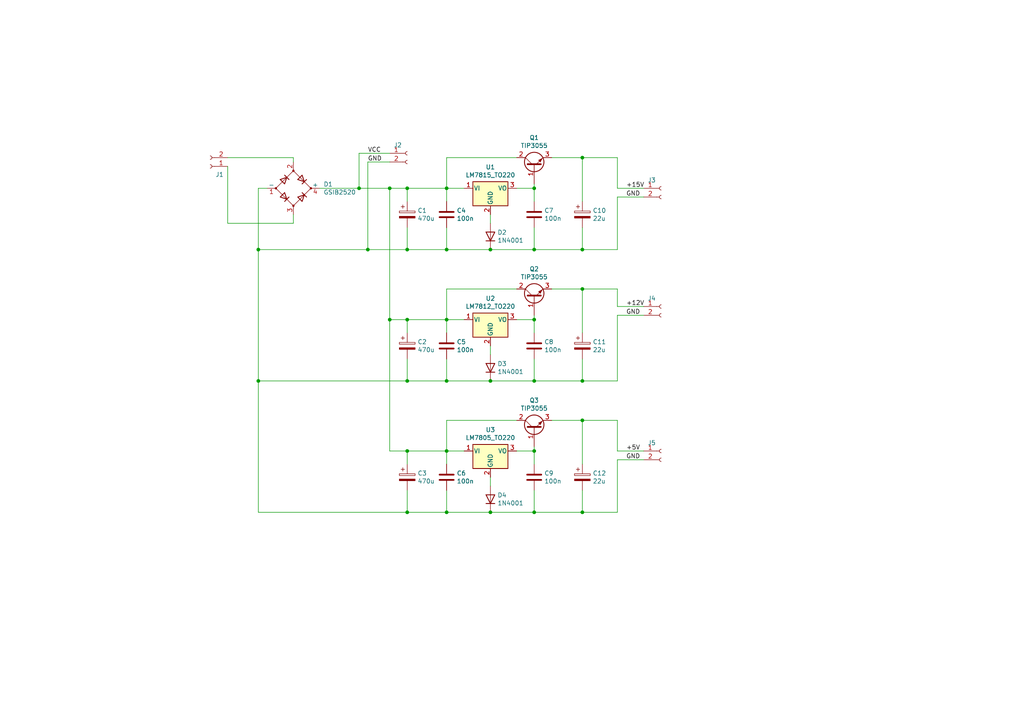
<source format=kicad_sch>
(kicad_sch (version 20230121) (generator eeschema)
  (paper "A4")
  (title_block (title "Small Power Board") (date "2021-01-29") (rev "1.0"))
  (lib_symbols
    (symbol "Device:C" (pin_numbers hide) (pin_names (offset 0.254))
      (property "Reference" "C" (at 0.635 2.54 0))
      (property "Value" "C" (at 0.635 -2.54 0))
      (symbol "C_0_1"
        (polyline (pts (xy -2.032 -0.762) (xy 2.032 -0.762)) (stroke (width 0.508)))
        (polyline (pts (xy -2.032 0.762) (xy 2.032 0.762)) (stroke (width 0.508)))
      )
      (symbol "C_1_1"
        (pin passive line (at 0 3.81 270) (length 2.794) (name "~") (number "1"))
        (pin passive line (at 0 -3.81 90) (length 2.794) (name "~") (number "2"))
      )
    )
    (symbol "Device:D_Bridge_-AA+" (pin_names (offset 0))
      (property "Reference" "D" (at 2.54 6.985 0))
      (property "Value" "D_Bridge_-AA+" (at 2.54 5.08 0))
      (symbol "D_Bridge_-AA+_0_1"
        (circle (center -5.08 0) (radius 0.254) (fill (type outline)))
        (circle (center 0 -5.08) (radius 0.254) (fill (type outline)))
        (polyline (pts (xy -2.54 3.81) (xy -1.27 2.54)) (stroke (width 0.254)))
        (polyline (pts (xy -1.27 -2.54) (xy -2.54 -3.81)) (stroke (width 0.254)))
        (polyline (pts (xy 2.54 -1.27) (xy 3.81 -2.54)) (stroke (width 0.254)))
        (polyline (pts (xy 2.54 1.27) (xy 3.81 2.54)) (stroke (width 0.254)))
        (polyline (pts (xy -3.81 2.54) (xy -2.54 1.27) (xy -1.905 3.175) (xy -3.81 2.54)) (stroke (width 0.254)))
        (polyline (pts (xy -2.54 -1.27) (xy -3.81 -2.54) (xy -1.905 -3.175) (xy -2.54 -1.27)) (stroke (width 0.254)))
        (polyline (pts (xy 1.27 2.54) (xy 2.54 3.81) (xy 3.175 1.905) (xy 1.27 2.54)) (stroke (width 0.254)))
        (polyline (pts (xy 3.175 -1.905) (xy 1.27 -2.54) (xy 2.54 -3.81) (xy 3.175 -1.905)) (stroke (width 0.254)))
        (polyline (pts (xy -5.08 0) (xy 0 -5.08) (xy 5.08 0) (xy 0 5.08) (xy -5.08 0)))
        (circle (center 0 5.08) (radius 0.254) (fill (type outline)))
        (circle (center 5.08 0) (radius 0.254) (fill (type outline)))
      )
      (symbol "D_Bridge_-AA+_1_1"
        (pin passive line (at -7.62 0 0) (length 2.54) (name "-") (number "1"))
        (pin passive line (at 0 7.62 270) (length 2.54) (name "~") (number "2"))
        (pin passive line (at 0 -7.62 90) (length 2.54) (name "~") (number "3"))
        (pin passive line (at 7.62 0 180) (length 2.54) (name "+") (number "4"))
      )
    )
    (symbol "Diode:1N4001" (pin_numbers hide) (pin_names hide)
      (property "Reference" "D" (at 0 2.54 0))
      (property "Value" "1N4001" (at 0 -2.54 0))
      (symbol "1N4001_0_1"
        (polyline (pts (xy -1.27 1.27) (xy -1.27 -1.27)) (stroke (width 0.254)))
        (polyline (pts (xy 1.27 0) (xy -1.27 0)))
        (polyline (pts (xy 1.27 1.27) (xy 1.27 -1.27) (xy -1.27 0) (xy 1.27 1.27)) (stroke (width 0.254)))
      )
      (symbol "1N4001_1_1"
        (pin passive line (at -3.81 0 0) (length 2.54) (name "K") (number "1"))
        (pin passive line (at 3.81 0 180) (length 2.54) (name "A") (number "2"))
      )
    )
    (symbol "Regulator_Linear:LM7805_TO220" (pin_names (offset 0.254))
      (property "Reference" "U" (at -3.81 3.175 0))
      (property "Value" "LM7805_TO220" (at 0 3.175 0))
      (symbol "LM7805_TO220_0_1"
        (rectangle (start -5.08 1.905) (end 5.08 -5.08) (stroke (width 0.254)) (fill (type background)))
      )
      (symbol "LM7805_TO220_1_1"
        (pin power_in line (at -7.62 0 0) (length 2.54) (name "VI") (number "1"))
        (pin power_in line (at 0 -7.62 90) (length 2.54) (name "GND") (number "2"))
        (pin power_out line (at 7.62 0 180) (length 2.54) (name "VO") (number "3"))
      )
    )
    (symbol "Regulator_Linear:LM7812_TO220" (pin_names (offset 0.254))
      (property "Reference" "U" (at -3.81 3.175 0))
      (property "Value" "LM7812_TO220" (at 0 3.175 0))
      (symbol "LM7812_TO220_0_1"
        (rectangle (start -5.08 1.905) (end 5.08 -5.08) (stroke (width 0.254)) (fill (type background)))
      )
      (symbol "LM7812_TO220_1_1"
        (pin power_in line (at -7.62 0 0) (length 2.54) (name "VI") (number "1"))
        (pin power_in line (at 0 -7.62 90) (length 2.54) (name "GND") (number "2"))
        (pin power_out line (at 7.62 0 180) (length 2.54) (name "VO") (number "3"))
      )
    )
    (symbol "Regulator_Linear:LM7815_TO220" (pin_names (offset 0.254))
      (property "Reference" "U" (at -3.81 3.175 0))
      (property "Value" "LM7815_TO220" (at 0 3.175 0))
      (symbol "LM7815_TO220_0_1"
        (rectangle (start -5.08 1.905) (end 5.08 -5.08) (stroke (width 0.254)) (fill (type background)))
      )
      (symbol "LM7815_TO220_1_1"
        (pin power_in line (at -7.62 0 0) (length 2.54) (name "VI") (number "1"))
        (pin power_in line (at 0 -7.62 90) (length 2.54) (name "GND") (number "2"))
        (pin power_out line (at 7.62 0 180) (length 2.54) (name "VO") (number "3"))
      )
    )
    (symbol "Transistor_BJT:TIP3055" (pin_names (offset 0) hide)
      (property "Reference" "Q" (at 5.08 1.905 0))
      (property "Value" "TIP3055" (at 5.08 0 0))
      (symbol "TIP3055_0_1"
        (polyline (pts (xy 0.635 0.635) (xy 2.54 2.54)))
        (polyline (pts (xy 0.635 -0.635) (xy 2.54 -2.54) (xy 2.54 -2.54)))
        (polyline (pts (xy 0.635 1.905) (xy 0.635 -1.905) (xy 0.635 -1.905)) (stroke (width 0.508)))
        (polyline (pts (xy 1.27 -1.778) (xy 1.778 -1.27) (xy 2.286 -2.286) (xy 1.27 -1.778) (xy 1.27 -1.778)) (fill (type outline)))
        (circle (center 1.27 0) (radius 2.8194) (stroke (width 0.254)))
      )
      (symbol "TIP3055_1_1"
        (pin input line (at -5.08 0 0) (length 5.715) (name "B") (number "1"))
        (pin passive line (at 2.54 5.08 270) (length 2.54) (name "C") (number "2"))
        (pin passive line (at 2.54 -5.08 90) (length 2.54) (name "E") (number "3"))
      )
    )
    (symbol "small-power-rescue:CP-Device" (pin_numbers hide) (pin_names (offset 0.254))
      (property "Reference" "C" (at 0.635 2.54 0))
      (property "Value" "Device_CP" (at 0.635 -2.54 0))
      (symbol "CP-Device_0_1"
        (rectangle (start -2.286 0.508) (end 2.286 1.016))
        (polyline (pts (xy -1.778 2.286) (xy -0.762 2.286)))
        (polyline (pts (xy -1.27 2.794) (xy -1.27 1.778)))
        (rectangle (start 2.286 -0.508) (end -2.286 -1.016) (fill (type outline)))
      )
      (symbol "CP-Device_1_1"
        (pin passive line (at 0 3.81 270) (length 2.794) (name "~") (number "1"))
        (pin passive line (at 0 -3.81 90) (length 2.794) (name "~") (number "2"))
      )
    )
    (symbol "small-power-rescue:Conn_01x02_Female-Connector" (pin_names (offset 1.016) hide)
      (property "Reference" "J" (at 0 2.54 0))
      (property "Value" "Connector_Conn_01x02_Female" (at 0 -5.08 0))
      (symbol "Conn_01x02_Female-Connector_1_1"
        (arc (start 0 -2.032) (mid -0.5058 -2.54) (end 0 -3.048) (stroke (width 0.1524)))
        (polyline (pts (xy -1.27 -2.54) (xy -0.508 -2.54)) (stroke (width 0.1524)))
        (polyline (pts (xy -1.27 0) (xy -0.508 0)) (stroke (width 0.1524)))
        (arc (start 0 0.508) (mid -0.5058 0) (end 0 -0.508) (stroke (width 0.1524)))
        (pin passive line (at -5.08 0 0) (length 3.81) (name "Pin_1") (number "1"))
        (pin passive line (at -5.08 -2.54 0) (length 3.81) (name "Pin_2") (number "2"))
      )
    )
  )
  (junction (at 142.24 110.49))
  (junction (at 106.68 72.39))
  (junction (at 154.94 72.39))
  (junction (at 129.54 148.59))
  (junction (at 168.91 72.39))
  (junction (at 154.94 130.81))
  (junction (at 168.91 45.72))
  (junction (at 142.24 148.59))
  (junction (at 129.54 110.49))
  (junction (at 118.11 54.61))
  (junction (at 129.54 72.39))
  (junction (at 129.54 54.61))
  (junction (at 154.94 148.59))
  (junction (at 118.11 110.49))
  (junction (at 74.93 110.49))
  (junction (at 168.91 121.92))
  (junction (at 118.11 148.59))
  (junction (at 113.03 92.71))
  (junction (at 154.94 92.71))
  (junction (at 129.54 130.81))
  (junction (at 154.94 54.61))
  (junction (at 113.03 54.61))
  (junction (at 118.11 130.81))
  (junction (at 168.91 110.49))
  (junction (at 168.91 83.82))
  (junction (at 168.91 148.59))
  (junction (at 104.14 54.61))
  (junction (at 118.11 92.71))
  (junction (at 118.11 72.39))
  (junction (at 129.54 92.71))
  (junction (at 154.94 110.49))
  (junction (at 74.93 72.39))
  (junction (at 142.24 72.39))
  (wire (pts (xy 179.07 57.15) (xy 186.69 57.15)))
  (wire (pts (xy 74.93 110.49) (xy 74.93 72.39)))
  (wire (pts (xy 106.68 72.39) (xy 118.11 72.39)))
  (wire (pts (xy 154.94 72.39) (xy 154.94 66.04)))
  (wire (pts (xy 168.91 72.39) (xy 179.07 72.39)))
  (wire (pts (xy 168.91 121.92) (xy 179.07 121.92)))
  (wire (pts (xy 179.07 54.61) (xy 186.69 54.61)))
  (wire (pts (xy 118.11 96.52) (xy 118.11 92.71)))
  (wire (pts (xy 160.02 83.82) (xy 168.91 83.82)))
  (wire (pts (xy 179.07 72.39) (xy 179.07 57.15)))
  (wire (pts (xy 154.94 72.39) (xy 168.91 72.39)))
  (wire (pts (xy 179.07 133.35) (xy 186.69 133.35)))
  (wire (pts (xy 160.02 45.72) (xy 168.91 45.72)))
  (wire (pts (xy 154.94 96.52) (xy 154.94 92.71)))
  (wire (pts (xy 129.54 54.61) (xy 134.62 54.61)))
  (wire (pts (xy 168.91 45.72) (xy 179.07 45.72)))
  (wire (pts (xy 92.71 54.61) (xy 104.14 54.61)))
  (wire (pts (xy 85.09 45.72) (xy 85.09 46.99)))
  (wire (pts (xy 179.07 130.81) (xy 186.69 130.81)))
  (wire (pts (xy 74.93 110.49) (xy 118.11 110.49)))
  (wire (pts (xy 129.54 96.52) (xy 129.54 92.71)))
  (wire (pts (xy 168.91 72.39) (xy 168.91 66.04)))
  (wire (pts (xy 118.11 72.39) (xy 118.11 66.04)))
  (wire (pts (xy 154.94 134.62) (xy 154.94 130.81)))
  (wire (pts (xy 179.07 83.82) (xy 179.07 88.9)))
  (wire (pts (xy 142.24 72.39) (xy 129.54 72.39)))
  (wire (pts (xy 142.24 110.49) (xy 129.54 110.49)))
  (wire (pts (xy 154.94 110.49) (xy 154.94 104.14)))
  (wire (pts (xy 168.91 45.72) (xy 168.91 58.42)))
  (wire (pts (xy 149.86 121.92) (xy 129.54 121.92)))
  (wire (pts (xy 74.93 148.59) (xy 118.11 148.59)))
  (wire (pts (xy 77.47 54.61) (xy 74.93 54.61)))
  (wire (pts (xy 129.54 134.62) (xy 129.54 130.81)))
  (wire (pts (xy 118.11 148.59) (xy 118.11 142.24)))
  (wire (pts (xy 113.03 54.61) (xy 113.03 92.71)))
  (wire (pts (xy 168.91 121.92) (xy 168.91 134.62)))
  (wire (pts (xy 154.94 58.42) (xy 154.94 54.61)))
  (wire (pts (xy 160.02 121.92) (xy 168.91 121.92)))
  (wire (pts (xy 168.91 110.49) (xy 179.07 110.49)))
  (wire (pts (xy 149.86 54.61) (xy 154.94 54.61)))
  (wire (pts (xy 118.11 130.81) (xy 113.03 130.81)))
  (wire (pts (xy 74.93 72.39) (xy 106.68 72.39)))
  (wire (pts (xy 104.14 54.61) (xy 113.03 54.61)))
  (wire (pts (xy 129.54 58.42) (xy 129.54 54.61)))
  (wire (pts (xy 106.68 46.99) (xy 106.68 72.39)))
  (wire (pts (xy 142.24 62.23) (xy 142.24 64.77)))
  (wire (pts (xy 129.54 110.49) (xy 118.11 110.49)))
  (wire (pts (xy 149.86 92.71) (xy 154.94 92.71)))
  (wire (pts (xy 66.04 48.26) (xy 66.04 64.77)))
  (wire (pts (xy 118.11 54.61) (xy 129.54 54.61)))
  (wire (pts (xy 113.03 46.99) (xy 106.68 46.99)))
  (wire (pts (xy 118.11 92.71) (xy 113.03 92.71)))
  (wire (pts (xy 168.91 148.59) (xy 179.07 148.59)))
  (wire (pts (xy 129.54 148.59) (xy 118.11 148.59)))
  (wire (pts (xy 129.54 45.72) (xy 129.54 54.61)))
  (wire (pts (xy 154.94 130.81) (xy 154.94 129.54)))
  (wire (pts (xy 154.94 110.49) (xy 168.91 110.49)))
  (wire (pts (xy 168.91 83.82) (xy 168.91 96.52)))
  (wire (pts (xy 129.54 142.24) (xy 129.54 148.59)))
  (wire (pts (xy 154.94 148.59) (xy 154.94 142.24)))
  (wire (pts (xy 179.07 148.59) (xy 179.07 133.35)))
  (wire (pts (xy 113.03 44.45) (xy 104.14 44.45)))
  (wire (pts (xy 149.86 45.72) (xy 129.54 45.72)))
  (wire (pts (xy 154.94 148.59) (xy 168.91 148.59)))
  (wire (pts (xy 154.94 92.71) (xy 154.94 91.44)))
  (wire (pts (xy 154.94 54.61) (xy 154.94 53.34)))
  (wire (pts (xy 179.07 91.44) (xy 186.69 91.44)))
  (wire (pts (xy 129.54 72.39) (xy 118.11 72.39)))
  (wire (pts (xy 129.54 104.14) (xy 129.54 110.49)))
  (wire (pts (xy 129.54 92.71) (xy 134.62 92.71)))
  (wire (pts (xy 149.86 83.82) (xy 129.54 83.82)))
  (wire (pts (xy 129.54 83.82) (xy 129.54 92.71)))
  (wire (pts (xy 179.07 88.9) (xy 186.69 88.9)))
  (wire (pts (xy 149.86 130.81) (xy 154.94 130.81)))
  (wire (pts (xy 66.04 64.77) (xy 85.09 64.77)))
  (wire (pts (xy 118.11 130.81) (xy 129.54 130.81)))
  (wire (pts (xy 66.04 45.72) (xy 85.09 45.72)))
  (wire (pts (xy 142.24 100.33) (xy 142.24 102.87)))
  (wire (pts (xy 129.54 130.81) (xy 134.62 130.81)))
  (wire (pts (xy 118.11 110.49) (xy 118.11 104.14)))
  (wire (pts (xy 74.93 148.59) (xy 74.93 110.49)))
  (wire (pts (xy 142.24 138.43) (xy 142.24 140.97)))
  (wire (pts (xy 142.24 148.59) (xy 154.94 148.59)))
  (wire (pts (xy 113.03 130.81) (xy 113.03 92.71)))
  (wire (pts (xy 118.11 58.42) (xy 118.11 54.61)))
  (wire (pts (xy 142.24 148.59) (xy 129.54 148.59)))
  (wire (pts (xy 129.54 66.04) (xy 129.54 72.39)))
  (wire (pts (xy 85.09 64.77) (xy 85.09 62.23)))
  (wire (pts (xy 142.24 110.49) (xy 154.94 110.49)))
  (wire (pts (xy 118.11 92.71) (xy 129.54 92.71)))
  (wire (pts (xy 168.91 83.82) (xy 179.07 83.82)))
  (wire (pts (xy 74.93 54.61) (xy 74.93 72.39)))
  (wire (pts (xy 179.07 45.72) (xy 179.07 54.61)))
  (wire (pts (xy 129.54 121.92) (xy 129.54 130.81)))
  (wire (pts (xy 168.91 110.49) (xy 168.91 104.14)))
  (wire (pts (xy 179.07 121.92) (xy 179.07 130.81)))
  (wire (pts (xy 168.91 148.59) (xy 168.91 142.24)))
  (wire (pts (xy 113.03 54.61) (xy 118.11 54.61)))
  (wire (pts (xy 118.11 134.62) (xy 118.11 130.81)))
  (wire (pts (xy 142.24 72.39) (xy 154.94 72.39)))
  (wire (pts (xy 179.07 110.49) (xy 179.07 91.44)))
  (wire (pts (xy 104.14 44.45) (xy 104.14 54.61)))
  (label "GND" (at 181.61 57.15 0))
  (label "VCC" (at 106.68 44.45 0))
  (label "+15V" (at 181.61 54.61 0))
  (label "+5V" (at 181.61 130.81 0))
  (label "+12V" (at 181.61 88.9 0))
  (label "GND" (at 106.68 46.99 0))
  (label "GND" (at 181.61 91.44 0))
  (label "GND" (at 181.61 133.35 0))
  (symbol (lib_id "Transistor_BJT:TIP3055") (at 154.94 48.26 90) (unit 1)
    (property "Reference" "Q1" (at 154.94 39.9288 90))
    (property "Value" "TIP3055" (at 154.94 42.2402 90))
    (property "Footprint" "Package_TO_SOT_THT:TO-218-3_Vertical" (effects hide))
    (property "Datasheet" "http://www.onsemi.com/pub_link/Collateral/TIP3055-D.PDF" (effects hide))
  )
  (symbol (lib_id "Diode:1N4001") (at 142.24 68.58 90) (unit 1)
    (property "Reference" "D2" (at 144.272 67.4116 90) (effects (justify right)))
    (property "Value" "1N4001" (at 144.272 69.723 90) (effects (justify right)))
    (property "Footprint" "Diode_THT:D_DO-41_SOD81_P10.16mm_Horizontal" (effects hide))
    (property "Datasheet" "http://www.vishay.com/docs/88503/1n4001.pdf" (effects hide))
  )
  (symbol (lib_id "Device:C") (at 154.94 62.23 0) (unit 1)
    (property "Reference" "C7" (at 157.861 61.0616 0) (effects (justify left)))
    (property "Value" "100n" (at 157.861 63.373 0) (effects (justify left)))
    (property "Footprint" "Capacitor_THT:C_Rect_L4.6mm_W2.0mm_P2.50mm_MKS02_FKP02" (effects hide))
  )
  (symbol (lib_id "Device:C") (at 129.54 62.23 0) (unit 1)
    (property "Reference" "C4" (at 132.461 61.0616 0) (effects (justify left)))
    (property "Value" "100n" (at 132.461 63.373 0) (effects (justify left)))
    (property "Footprint" "Capacitor_THT:C_Rect_L4.6mm_W2.0mm_P2.50mm_MKS02_FKP02" (effects hide))
  )
  (symbol (lib_id "small-power-rescue:CP-Device") (at 118.11 62.23 0) (unit 1)
    (property "Reference" "C1" (at 121.1072 61.0616 0) (effects (justify left)))
    (property "Value" "470u" (at 121.1072 63.373 0) (effects (justify left)))
    (property "Footprint" "Capacitor_THT:CP_Radial_D13.0mm_P5.00mm" (effects hide))
  )
  (symbol (lib_id "small-power-rescue:CP-Device") (at 168.91 62.23 0) (unit 1)
    (property "Reference" "C10" (at 171.9072 61.0616 0) (effects (justify left)))
    (property "Value" "22u" (at 171.9072 63.373 0) (effects (justify left)))
    (property "Footprint" "Capacitor_THT:CP_Radial_D5.0mm_P2.50mm" (effects hide))
  )
  (symbol (lib_id "Regulator_Linear:LM7812_TO220") (at 142.24 92.71 0) (unit 1)
    (property "Reference" "U2" (at 142.24 86.5632 0))
    (property "Value" "LM7812_TO220" (at 142.24 88.8746 0))
    (property "Footprint" "Package_TO_SOT_THT:TO-220-3_Vertical" (effects hide))
    (property "Datasheet" "https://www.onsemi.cn/PowerSolutions/document/MC7800-D.PDF" (effects hide))
  )
  (symbol (lib_id "Transistor_BJT:TIP3055") (at 154.94 86.36 90) (unit 1)
    (property "Reference" "Q2" (at 154.94 78.0288 90))
    (property "Value" "TIP3055" (at 154.94 80.3402 90))
    (property "Footprint" "Package_TO_SOT_THT:TO-218-3_Vertical" (effects hide))
    (property "Datasheet" "http://www.onsemi.com/pub_link/Collateral/TIP3055-D.PDF" (effects hide))
  )
  (symbol (lib_id "Diode:1N4001") (at 142.24 106.68 90) (unit 1)
    (property "Reference" "D3" (at 144.272 105.5116 90) (effects (justify right)))
    (property "Value" "1N4001" (at 144.272 107.823 90) (effects (justify right)))
    (property "Footprint" "Diode_THT:D_DO-41_SOD81_P10.16mm_Horizontal" (effects hide))
    (property "Datasheet" "http://www.vishay.com/docs/88503/1n4001.pdf" (effects hide))
  )
  (symbol (lib_id "Device:C") (at 154.94 100.33 0) (unit 1)
    (property "Reference" "C8" (at 157.861 99.1616 0) (effects (justify left)))
    (property "Value" "100n" (at 157.861 101.473 0) (effects (justify left)))
    (property "Footprint" "Capacitor_THT:C_Rect_L4.6mm_W2.0mm_P2.50mm_MKS02_FKP02" (effects hide))
  )
  (symbol (lib_id "Device:C") (at 129.54 100.33 0) (unit 1)
    (property "Reference" "C5" (at 132.461 99.1616 0) (effects (justify left)))
    (property "Value" "100n" (at 132.461 101.473 0) (effects (justify left)))
    (property "Footprint" "Capacitor_THT:C_Rect_L4.6mm_W2.0mm_P2.50mm_MKS02_FKP02" (effects hide))
  )
  (symbol (lib_id "small-power-rescue:CP-Device") (at 118.11 100.33 0) (unit 1)
    (property "Reference" "C2" (at 121.1072 99.1616 0) (effects (justify left)))
    (property "Value" "470u" (at 121.1072 101.473 0) (effects (justify left)))
    (property "Footprint" "Capacitor_THT:CP_Radial_D13.0mm_P5.00mm" (effects hide))
  )
  (symbol (lib_id "small-power-rescue:CP-Device") (at 168.91 100.33 0) (unit 1)
    (property "Reference" "C11" (at 171.9072 99.1616 0) (effects (justify left)))
    (property "Value" "22u" (at 171.9072 101.473 0) (effects (justify left)))
    (property "Footprint" "Capacitor_THT:CP_Radial_D5.0mm_P2.50mm" (effects hide))
  )
  (symbol (lib_id "Transistor_BJT:TIP3055") (at 154.94 124.46 90) (unit 1)
    (property "Reference" "Q3" (at 154.94 116.1288 90))
    (property "Value" "TIP3055" (at 154.94 118.4402 90))
    (property "Footprint" "Package_TO_SOT_THT:TO-218-3_Vertical" (effects hide))
    (property "Datasheet" "http://www.onsemi.com/pub_link/Collateral/TIP3055-D.PDF" (effects hide))
  )
  (symbol (lib_id "Diode:1N4001") (at 142.24 144.78 90) (unit 1)
    (property "Reference" "D4" (at 144.272 143.6116 90) (effects (justify right)))
    (property "Value" "1N4001" (at 144.272 145.923 90) (effects (justify right)))
    (property "Footprint" "Diode_THT:D_DO-41_SOD81_P10.16mm_Horizontal" (effects hide))
    (property "Datasheet" "http://www.vishay.com/docs/88503/1n4001.pdf" (effects hide))
  )
  (symbol (lib_id "Device:C") (at 154.94 138.43 0) (unit 1)
    (property "Reference" "C9" (at 157.861 137.2616 0) (effects (justify left)))
    (property "Value" "100n" (at 157.861 139.573 0) (effects (justify left)))
    (property "Footprint" "Capacitor_THT:C_Rect_L4.6mm_W2.0mm_P2.50mm_MKS02_FKP02" (effects hide))
  )
  (symbol (lib_id "Device:C") (at 129.54 138.43 0) (unit 1)
    (property "Reference" "C6" (at 132.461 137.2616 0) (effects (justify left)))
    (property "Value" "100n" (at 132.461 139.573 0) (effects (justify left)))
    (property "Footprint" "Capacitor_THT:C_Rect_L4.6mm_W2.0mm_P2.50mm_MKS02_FKP02" (effects hide))
  )
  (symbol (lib_id "small-power-rescue:CP-Device") (at 118.11 138.43 0) (unit 1)
    (property "Reference" "C3" (at 121.1072 137.2616 0) (effects (justify left)))
    (property "Value" "470u" (at 121.1072 139.573 0) (effects (justify left)))
    (property "Footprint" "Capacitor_THT:CP_Radial_D13.0mm_P5.00mm" (effects hide))
  )
  (symbol (lib_id "small-power-rescue:CP-Device") (at 168.91 138.43 0) (unit 1)
    (property "Reference" "C12" (at 171.9072 137.2616 0) (effects (justify left)))
    (property "Value" "22u" (at 171.9072 139.573 0) (effects (justify left)))
    (property "Footprint" "Capacitor_THT:CP_Radial_D5.0mm_P2.50mm" (effects hide))
  )
  (symbol (lib_id "Regulator_Linear:LM7815_TO220") (at 142.24 54.61 0) (unit 1)
    (property "Reference" "U1" (at 142.24 48.4632 0))
    (property "Value" "LM7815_TO220" (at 142.24 50.7746 0))
    (property "Footprint" "Package_TO_SOT_THT:TO-220-3_Vertical" (effects hide))
    (property "Datasheet" "https://www.onsemi.cn/PowerSolutions/document/MC7800-D.PDF" (effects hide))
  )
  (symbol (lib_id "Regulator_Linear:LM7805_TO220") (at 142.24 130.81 0) (unit 1)
    (property "Reference" "U3" (at 142.24 124.6632 0))
    (property "Value" "LM7805_TO220" (at 142.24 126.9746 0))
    (property "Footprint" "Package_TO_SOT_THT:TO-220-3_Vertical" (effects hide))
    (property "Datasheet" "https://www.onsemi.cn/PowerSolutions/document/MC7800-D.PDF" (effects hide))
  )
  (symbol (lib_id "small-power-rescue:Conn_01x02_Female-Connector") (at 191.77 54.61 0) (unit 1)
    (property "Reference" "J3" (at 189.0268 52.2478 0))
    (property "Value" "Conn_01x02_Female" (effects hide))
    (property "Footprint" "Connector_Phoenix_MSTB:PhoenixContact_MSTBVA_2,5_2-G-5,08_1x02_P5.08mm_Vertical" (effects hide))
  )
  (symbol (lib_id "small-power-rescue:Conn_01x02_Female-Connector") (at 118.11 44.45 0) (unit 1)
    (property "Reference" "J2" (at 115.3668 42.0878 0))
    (property "Value" "Conn_01x02_Female" (effects hide))
    (property "Footprint" "Connector_Phoenix_MSTB:PhoenixContact_MSTBVA_2,5_2-G-5,08_1x02_P5.08mm_Vertical" (effects hide))
  )
  (symbol (lib_id "small-power-rescue:Conn_01x02_Female-Connector") (at 60.96 48.26 180) (unit 1)
    (property "Reference" "J1" (at 63.7032 50.6222 0))
    (property "Value" "Conn_01x02_Female" (effects hide))
    (property "Footprint" "Connector_Phoenix_MSTB:PhoenixContact_MSTBVA_2,5_2-G-5,08_1x02_P5.08mm_Vertical" (effects hide))
  )
  (symbol (lib_id "small-power-rescue:Conn_01x02_Female-Connector") (at 191.77 88.9 0) (unit 1)
    (property "Reference" "J4" (at 189.0268 86.5378 0))
    (property "Value" "Conn_01x02_Female" (effects hide))
    (property "Footprint" "Connector_Phoenix_MSTB:PhoenixContact_MSTBVA_2,5_2-G-5,08_1x02_P5.08mm_Vertical" (effects hide))
  )
  (symbol (lib_id "small-power-rescue:Conn_01x02_Female-Connector") (at 191.77 130.81 0) (unit 1)
    (property "Reference" "J5" (at 189.0268 128.4478 0))
    (property "Value" "Conn_01x02_Female" (effects hide))
    (property "Footprint" "Connector_Phoenix_MSTB:PhoenixContact_MSTBVA_2,5_2-G-5,08_1x02_P5.08mm_Vertical" (effects hide))
  )
  (symbol (lib_id "Device:D_Bridge_-AA+") (at 85.09 54.61 0) (unit 1)
    (property "Reference" "D1" (at 93.8276 53.4416 0) (effects (justify left)))
    (property "Value" "GSIB2520" (at 93.8276 55.753 0) (effects (justify left)))
    (property "Footprint" "Diode_THT:Diode_Bridge_32.0x5.6x17.0mm_P10.0mm_P7.5mm" (effects hide))
  )
)
</source>
